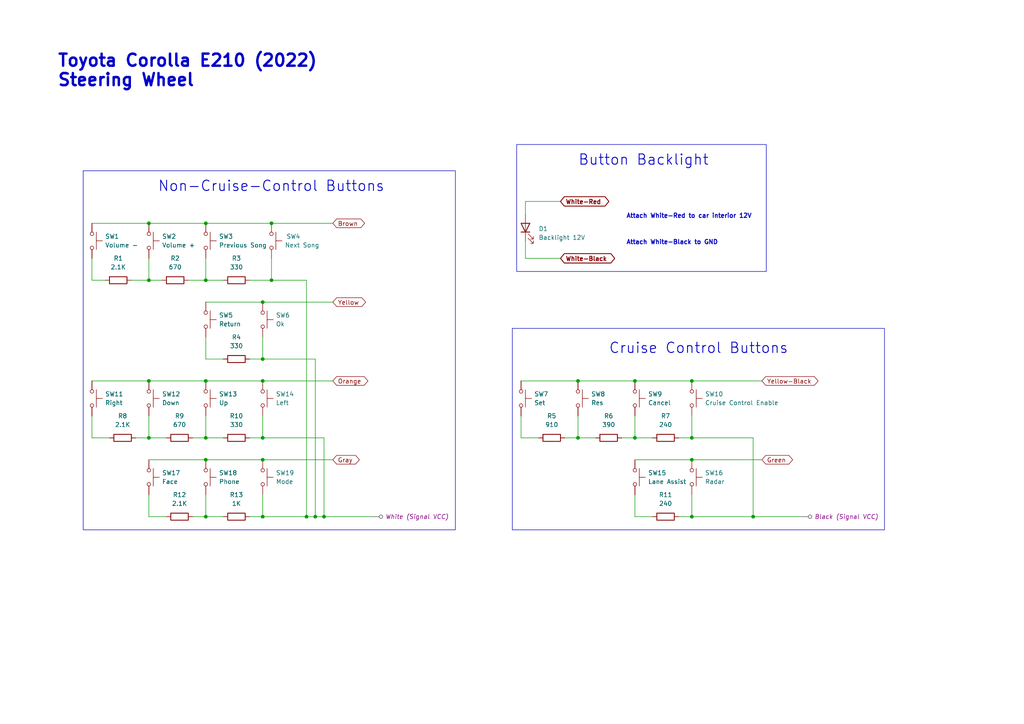
<source format=kicad_sch>
(kicad_sch (version 20230121) (generator eeschema)
  (paper "A4")
  (lib_symbols
    (symbol "Device:LED" (pin_numbers hide) (pin_names (offset 1.016) hide)
      (property "Reference" "D" (at 0 2.54 0))
      (property "Value" "LED" (at 0 -2.54 0))
      (symbol "LED_0_1"
        (polyline (pts (xy -1.27 -1.27) (xy -1.27 1.27)) (stroke (width 0.254)))
        (polyline (pts (xy -1.27 0) (xy 1.27 0)))
        (polyline (pts (xy 1.27 -1.27) (xy 1.27 1.27) (xy -1.27 0) (xy 1.27 -1.27)) (stroke (width 0.254)))
        (polyline (pts (xy -3.048 -0.762) (xy -4.572 -2.286) (xy -3.81 -2.286) (xy -4.572 -2.286) (xy -4.572 -1.524)))
        (polyline (pts (xy -1.778 -0.762) (xy -3.302 -2.286) (xy -2.54 -2.286) (xy -3.302 -2.286) (xy -3.302 -1.524)))
      )
      (symbol "LED_1_1"
        (pin passive line (at -3.81 0 0) (length 2.54) (name "K") (number "1"))
        (pin passive line (at 3.81 0 180) (length 2.54) (name "A") (number "2"))
      )
    )
    (symbol "Device:R" (pin_numbers hide) (pin_names (offset 0))
      (property "Reference" "R" (at 2.032 0 90))
      (property "Value" "R" (at 0 0 90))
      (symbol "R_0_1"
        (rectangle (start -1.016 -2.54) (end 1.016 2.54) (stroke (width 0.254)))
      )
      (symbol "R_1_1"
        (pin passive line (at 0 3.81 270) (length 1.27) (name "~") (number "1"))
        (pin passive line (at 0 -3.81 90) (length 1.27) (name "~") (number "2"))
      )
    )
    (symbol "Switch:SW_Push" (pin_numbers hide) (pin_names (offset 1.016) hide)
      (property "Reference" "SW" (at 1.27 2.54 0))
      (property "Value" "SW_Push" (at 0 -1.524 0))
      (symbol "SW_Push_0_1"
        (circle (center -2.032 0) (radius 0.508))
        (polyline (pts (xy 0 1.27) (xy 0 3.048)))
        (polyline (pts (xy 2.54 1.27) (xy -2.54 1.27)))
        (circle (center 2.032 0) (radius 0.508))
        (pin passive line (at -5.08 0 0) (length 2.54) (name "1") (number "1"))
        (pin passive line (at 5.08 0 180) (length 2.54) (name "2") (number "2"))
      )
    )
  )
  (junction (at 167.64 110.49))
  (junction (at 200.66 127))
  (junction (at 184.15 110.49))
  (junction (at 76.2 127))
  (junction (at 91.44 149.86))
  (junction (at 167.64 127))
  (junction (at 59.69 127))
  (junction (at 43.18 127))
  (junction (at 76.2 87.63))
  (junction (at 76.2 104.14))
  (junction (at 59.69 64.77))
  (junction (at 78.74 64.77))
  (junction (at 200.66 110.49))
  (junction (at 43.18 64.77))
  (junction (at 59.69 133.35))
  (junction (at 59.69 81.28))
  (junction (at 76.2 149.86))
  (junction (at 218.44 149.86))
  (junction (at 76.2 133.35))
  (junction (at 200.66 133.35))
  (junction (at 184.15 127))
  (junction (at 200.66 149.86))
  (junction (at 59.69 149.86))
  (junction (at 78.74 81.28))
  (junction (at 43.18 110.49))
  (junction (at 43.18 81.28))
  (junction (at 59.69 110.49))
  (junction (at 93.98 149.86))
  (junction (at 76.2 110.49))
  (junction (at 88.9 149.86))
  (wire (pts (xy 93.98 127) (xy 93.98 149.86)))
  (wire (pts (xy 162.56 58.42) (xy 152.4 58.42)))
  (wire (pts (xy 200.66 149.86) (xy 196.85 149.86)))
  (wire (pts (xy 43.18 149.86) (xy 48.26 149.86)))
  (wire (pts (xy 76.2 133.35) (xy 96.52 133.35)))
  (wire (pts (xy 88.9 149.86) (xy 88.9 81.28)))
  (wire (pts (xy 184.15 120.65) (xy 184.15 127)))
  (wire (pts (xy 26.67 127) (xy 26.67 120.65)))
  (wire (pts (xy 180.34 127) (xy 184.15 127)))
  (wire (pts (xy 59.69 81.28) (xy 64.77 81.28)))
  (wire (pts (xy 96.52 64.77) (xy 78.74 64.77)))
  (wire (pts (xy 196.85 127) (xy 200.66 127)))
  (wire (pts (xy 152.4 58.42) (xy 152.4 62.23)))
  (wire (pts (xy 59.69 74.93) (xy 59.69 81.28)))
  (wire (pts (xy 163.83 127) (xy 167.64 127)))
  (wire (pts (xy 200.66 127) (xy 218.44 127)))
  (wire (pts (xy 167.64 127) (xy 172.72 127)))
  (wire (pts (xy 184.15 127) (xy 189.23 127)))
  (wire (pts (xy 151.13 127) (xy 151.13 120.65)))
  (wire (pts (xy 26.67 81.28) (xy 30.48 81.28)))
  (wire (pts (xy 43.18 110.49) (xy 59.69 110.49)))
  (wire (pts (xy 38.1 81.28) (xy 43.18 81.28)))
  (wire (pts (xy 91.44 104.14) (xy 76.2 104.14)))
  (wire (pts (xy 54.61 81.28) (xy 59.69 81.28)))
  (wire (pts (xy 200.66 143.51) (xy 200.66 149.86)))
  (wire (pts (xy 76.2 97.79) (xy 76.2 104.14)))
  (wire (pts (xy 43.18 127) (xy 48.26 127)))
  (wire (pts (xy 76.2 143.51) (xy 76.2 149.86)))
  (wire (pts (xy 93.98 149.86) (xy 91.44 149.86)))
  (wire (pts (xy 43.18 143.51) (xy 43.18 149.86)))
  (wire (pts (xy 91.44 149.86) (xy 91.44 104.14)))
  (wire (pts (xy 76.2 110.49) (xy 96.52 110.49)))
  (wire (pts (xy 200.66 120.65) (xy 200.66 127)))
  (wire (pts (xy 43.18 120.65) (xy 43.18 127)))
  (wire (pts (xy 43.18 81.28) (xy 46.99 81.28)))
  (wire (pts (xy 184.15 133.35) (xy 200.66 133.35)))
  (wire (pts (xy 218.44 127) (xy 218.44 149.86)))
  (wire (pts (xy 184.15 110.49) (xy 200.66 110.49)))
  (wire (pts (xy 152.4 69.85) (xy 152.4 74.93)))
  (wire (pts (xy 78.74 81.28) (xy 78.74 74.93)))
  (wire (pts (xy 59.69 149.86) (xy 59.69 143.51)))
  (wire (pts (xy 59.69 133.35) (xy 76.2 133.35)))
  (wire (pts (xy 88.9 81.28) (xy 78.74 81.28)))
  (wire (pts (xy 167.64 120.65) (xy 167.64 127)))
  (wire (pts (xy 59.69 149.86) (xy 64.77 149.86)))
  (wire (pts (xy 91.44 149.86) (xy 88.9 149.86)))
  (wire (pts (xy 184.15 149.86) (xy 189.23 149.86)))
  (wire (pts (xy 59.69 64.77) (xy 78.74 64.77)))
  (wire (pts (xy 156.21 127) (xy 151.13 127)))
  (wire (pts (xy 72.39 81.28) (xy 78.74 81.28)))
  (wire (pts (xy 59.69 104.14) (xy 64.77 104.14)))
  (wire (pts (xy 152.4 74.93) (xy 162.56 74.93)))
  (wire (pts (xy 76.2 87.63) (xy 96.52 87.63)))
  (wire (pts (xy 76.2 120.65) (xy 76.2 127)))
  (wire (pts (xy 59.69 97.79) (xy 59.69 104.14)))
  (wire (pts (xy 26.67 110.49) (xy 43.18 110.49)))
  (wire (pts (xy 76.2 149.86) (xy 72.39 149.86)))
  (wire (pts (xy 26.67 74.93) (xy 26.67 81.28)))
  (wire (pts (xy 59.69 110.49) (xy 76.2 110.49)))
  (wire (pts (xy 72.39 127) (xy 76.2 127)))
  (wire (pts (xy 55.88 149.86) (xy 59.69 149.86)))
  (wire (pts (xy 76.2 127) (xy 93.98 127)))
  (wire (pts (xy 31.75 127) (xy 26.67 127)))
  (wire (pts (xy 76.2 104.14) (xy 72.39 104.14)))
  (wire (pts (xy 59.69 87.63) (xy 76.2 87.63)))
  (wire (pts (xy 59.69 127) (xy 64.77 127)))
  (wire (pts (xy 200.66 110.49) (xy 220.98 110.49)))
  (wire (pts (xy 59.69 120.65) (xy 59.69 127)))
  (wire (pts (xy 43.18 64.77) (xy 59.69 64.77)))
  (wire (pts (xy 26.67 64.77) (xy 43.18 64.77)))
  (wire (pts (xy 88.9 149.86) (xy 76.2 149.86)))
  (wire (pts (xy 107.95 149.86) (xy 93.98 149.86)))
  (wire (pts (xy 184.15 149.86) (xy 184.15 143.51)))
  (wire (pts (xy 200.66 133.35) (xy 220.98 133.35)))
  (wire (pts (xy 167.64 110.49) (xy 184.15 110.49)))
  (wire (pts (xy 43.18 74.93) (xy 43.18 81.28)))
  (wire (pts (xy 39.37 127) (xy 43.18 127)))
  (wire (pts (xy 200.66 149.86) (xy 218.44 149.86)))
  (wire (pts (xy 55.88 127) (xy 59.69 127)))
  (wire (pts (xy 232.41 149.86) (xy 218.44 149.86)))
  (wire (pts (xy 43.18 133.35) (xy 59.69 133.35)))
  (wire (pts (xy 151.13 110.49) (xy 167.64 110.49)))
  (rectangle (start 148.59 95.25) (end 256.54 153.67))
  (rectangle (start 149.86 41.91) (end 222.25 78.74))
  (rectangle (start 24.13 49.53) (end 132.08 153.67))
  (text "Button Backlight" (at 167.64 48.26 0) (effects (font (size 3 3) (thickness 0.254) bold) (justify left bottom)))
  (text "Toyota Corolla E210 (2022)\nSteering Wheel" (at 16.51 25.4 0) (effects (font (size 3.5 3.5) bold) (justify left bottom)))
  (text "Cruise Control Buttons" (at 176.53 102.87 0) (effects (font (size 3 3) (thickness 0.254) bold) (justify left bottom)))
  (text "Attach White-Red to car interior 12V" (at 181.61 63.5 0) (effects (font (size 1.27 1.27) bold) (justify left bottom)))
  (text "Attach White-Black to GND" (at 181.61 71.12 0) (effects (font (size 1.27 1.27) bold) (justify left bottom)))
  (text "Non-Cruise-Control Buttons" (at 45.72 55.88 0) (effects (font (size 3 3) (thickness 0.254) bold) (justify left bottom)))
  (global_label "Orange" (shape bidirectional) (at 96.52 110.49 0) (property "Intersheetrefs" "${INTERSHEET_REFS}" (effects hide)))
  (global_label "White-Red" (shape bidirectional) (at 162.56 58.42 0) (effects (font bold)) (property "Intersheetrefs" "${INTERSHEET_REFS}" (effects hide)))
  (global_label "Green" (shape bidirectional) (at 220.98 133.35 0) (property "Intersheetrefs" "${INTERSHEET_REFS}" (effects hide)))
  (global_label "Yellow" (shape bidirectional) (at 96.52 87.63 0) (property "Intersheetrefs" "${INTERSHEET_REFS}" (effects hide)))
  (global_label "Brown" (shape bidirectional) (at 96.52 64.77 0) (property "Intersheetrefs" "${INTERSHEET_REFS}" (effects hide)))
  (global_label "Yellow-Black" (shape bidirectional) (at 220.98 110.49 0) (property "Intersheetrefs" "${INTERSHEET_REFS}" (effects hide)))
  (global_label "Gray" (shape bidirectional) (at 96.52 133.35 0) (property "Intersheetrefs" "${INTERSHEET_REFS}" (effects hide)))
  (global_label "White-Black" (shape bidirectional) (at 162.56 74.93 0) (effects (font bold)) (property "Intersheetrefs" "${INTERSHEET_REFS}" (effects hide)))
  (netclass_flag "" (length 2.54) (shape round) (at 107.95 149.86 270) (property "Netclass" "White (Signal VCC)" (at 111.76 149.86 0) (effects (font italic) (justify left))))
  (netclass_flag "" (length 2.54) (shape round) (at 232.41 149.86 270) (property "Netclass" "Black (Signal VCC)" (at 236.22 149.86 0) (effects (font italic) (justify left))))
  (symbol (lib_id "Switch:SW_Push") (at 184.15 115.57 270) (unit 1)
    (property "Reference" "SW9" (at 187.96 114.3 90) (effects (justify left)))
    (property "Value" "Cancel" (at 187.96 116.84 90) (effects (justify left)))
  )
  (symbol (lib_id "Switch:SW_Push") (at 200.66 115.57 270) (unit 1)
    (property "Reference" "SW10" (at 204.47 114.3 90) (effects (justify left)))
    (property "Value" "Cruise Control Enable" (at 204.47 116.84 90) (effects (justify left)))
  )
  (symbol (lib_id "Switch:SW_Push") (at 167.64 115.57 270) (unit 1)
    (property "Reference" "SW8" (at 171.45 114.3 90) (effects (justify left)))
    (property "Value" "Res" (at 171.45 116.84 90) (effects (justify left)))
  )
  (symbol (lib_id "Device:R") (at 34.29 81.28 270) (unit 1)
    (property "Reference" "R1" (at 34.29 74.93 90))
    (property "Value" "2.1K" (at 34.29 77.47 90))
  )
  (symbol (lib_id "Switch:SW_Push") (at 76.2 115.57 270) (unit 1)
    (property "Reference" "SW14" (at 80.01 114.3 90) (effects (justify left)))
    (property "Value" "Left" (at 80.01 116.84 90) (effects (justify left)))
  )
  (symbol (lib_id "Device:R") (at 50.8 81.28 270) (unit 1)
    (property "Reference" "R2" (at 50.8 74.93 90))
    (property "Value" "670" (at 50.8 77.47 90))
  )
  (symbol (lib_id "Device:R") (at 68.58 104.14 270) (unit 1)
    (property "Reference" "R4" (at 68.58 97.79 90))
    (property "Value" "330" (at 68.58 100.33 90))
  )
  (symbol (lib_id "Device:R") (at 68.58 149.86 270) (unit 1)
    (property "Reference" "R13" (at 68.58 143.51 90))
    (property "Value" "1K" (at 68.58 146.05 90))
  )
  (symbol (lib_id "Switch:SW_Push") (at 151.13 115.57 270) (unit 1)
    (property "Reference" "SW7" (at 154.94 114.3 90) (effects (justify left)))
    (property "Value" "Set" (at 154.94 116.84 90) (effects (justify left)))
  )
  (symbol (lib_id "Device:R") (at 193.04 149.86 270) (unit 1)
    (property "Reference" "R11" (at 193.04 143.51 90))
    (property "Value" "240" (at 193.04 146.05 90))
  )
  (symbol (lib_id "Switch:SW_Push") (at 26.67 69.85 270) (unit 1)
    (property "Reference" "SW1" (at 30.48 68.58 90) (effects (justify left)))
    (property "Value" "Volume -" (at 30.48 71.12 90) (effects (justify left)))
  )
  (symbol (lib_id "Switch:SW_Push") (at 59.69 138.43 270) (unit 1)
    (property "Reference" "SW18" (at 63.5 137.16 90) (effects (justify left)))
    (property "Value" "Phone" (at 63.5 139.7 90) (effects (justify left)))
  )
  (symbol (lib_id "Switch:SW_Push") (at 59.69 69.85 270) (unit 1)
    (property "Reference" "SW3" (at 63.5 68.58 90) (effects (justify left)))
    (property "Value" "Previous Song" (at 63.5 71.12 90) (effects (justify left)))
  )
  (symbol (lib_id "Switch:SW_Push") (at 78.74 69.85 270) (unit 1)
    (property "Reference" "SW4" (at 85.09 68.58 90))
    (property "Value" "Next Song" (at 87.63 71.12 90))
  )
  (symbol (lib_id "Switch:SW_Push") (at 43.18 115.57 270) (unit 1)
    (property "Reference" "SW12" (at 46.99 114.3 90) (effects (justify left)))
    (property "Value" "Down" (at 46.99 116.84 90) (effects (justify left)))
  )
  (symbol (lib_id "Device:R") (at 35.56 127 270) (unit 1)
    (property "Reference" "R8" (at 35.56 120.65 90))
    (property "Value" "2.1K" (at 35.56 123.19 90))
  )
  (symbol (lib_id "Device:R") (at 68.58 81.28 270) (unit 1)
    (property "Reference" "R3" (at 68.58 74.93 90))
    (property "Value" "330" (at 68.58 77.47 90))
  )
  (symbol (lib_id "Switch:SW_Push") (at 59.69 115.57 270) (unit 1)
    (property "Reference" "SW13" (at 63.5 114.3 90) (effects (justify left)))
    (property "Value" "Up" (at 63.5 116.84 90) (effects (justify left)))
  )
  (symbol (lib_id "Device:R") (at 52.07 149.86 270) (unit 1)
    (property "Reference" "R12" (at 52.07 143.51 90))
    (property "Value" "2.1K" (at 52.07 146.05 90))
  )
  (symbol (lib_id "Switch:SW_Push") (at 184.15 138.43 270) (unit 1)
    (property "Reference" "SW15" (at 187.96 137.16 90) (effects (justify left)))
    (property "Value" "Lane Assist" (at 187.96 139.7 90) (effects (justify left)))
  )
  (symbol (lib_id "Device:R") (at 193.04 127 270) (unit 1)
    (property "Reference" "R7" (at 193.04 120.65 90))
    (property "Value" "240" (at 193.04 123.19 90))
  )
  (symbol (lib_id "Device:LED") (at 152.4 66.04 90) (unit 1)
    (property "Reference" "D1" (at 156.21 66.3575 90) (effects (justify right)))
    (property "Value" "Backlight 12V" (at 156.21 68.8975 90) (effects (justify right)))
  )
  (symbol (lib_id "Switch:SW_Push") (at 43.18 138.43 270) (unit 1)
    (property "Reference" "SW17" (at 46.99 137.16 90) (effects (justify left)))
    (property "Value" "Face" (at 46.99 139.7 90) (effects (justify left)))
  )
  (symbol (lib_id "Switch:SW_Push") (at 76.2 92.71 270) (unit 1)
    (property "Reference" "SW6" (at 80.01 91.44 90) (effects (justify left)))
    (property "Value" "Ok" (at 80.01 93.98 90) (effects (justify left)))
  )
  (symbol (lib_id "Switch:SW_Push") (at 76.2 138.43 270) (unit 1)
    (property "Reference" "SW19" (at 80.01 137.16 90) (effects (justify left)))
    (property "Value" "Mode" (at 80.01 139.7 90) (effects (justify left)))
  )
  (symbol (lib_id "Device:R") (at 68.58 127 270) (unit 1)
    (property "Reference" "R10" (at 68.58 120.65 90))
    (property "Value" "330" (at 68.58 123.19 90))
  )
  (symbol (lib_id "Switch:SW_Push") (at 43.18 69.85 270) (unit 1)
    (property "Reference" "SW2" (at 46.99 68.58 90) (effects (justify left)))
    (property "Value" "Volume +" (at 46.99 71.12 90) (effects (justify left)))
  )
  (symbol (lib_id "Device:R") (at 52.07 127 270) (unit 1)
    (property "Reference" "R9" (at 52.07 120.65 90))
    (property "Value" "670" (at 52.07 123.19 90))
  )
  (symbol (lib_id "Switch:SW_Push") (at 59.69 92.71 270) (unit 1)
    (property "Reference" "SW5" (at 63.5 91.44 90) (effects (justify left)))
    (property "Value" "Return" (at 63.5 93.98 90) (effects (justify left)))
  )
  (symbol (lib_id "Device:R") (at 176.53 127 270) (unit 1)
    (property "Reference" "R6" (at 176.53 120.65 90))
    (property "Value" "390" (at 176.53 123.19 90))
  )
  (symbol (lib_id "Device:R") (at 160.02 127 270) (unit 1)
    (property "Reference" "R5" (at 160.02 120.65 90))
    (property "Value" "910" (at 160.02 123.19 90))
  )
  (symbol (lib_id "Switch:SW_Push") (at 26.67 115.57 270) (unit 1)
    (property "Reference" "SW11" (at 30.48 114.3 90) (effects (justify left)))
    (property "Value" "Right" (at 30.48 116.84 90) (effects (justify left)))
  )
  (symbol (lib_id "Switch:SW_Push") (at 200.66 138.43 270) (unit 1)
    (property "Reference" "SW16" (at 204.47 137.16 90) (effects (justify left)))
    (property "Value" "Radar" (at 204.47 139.7 90) (effects (justify left)))
  )
)
</source>
